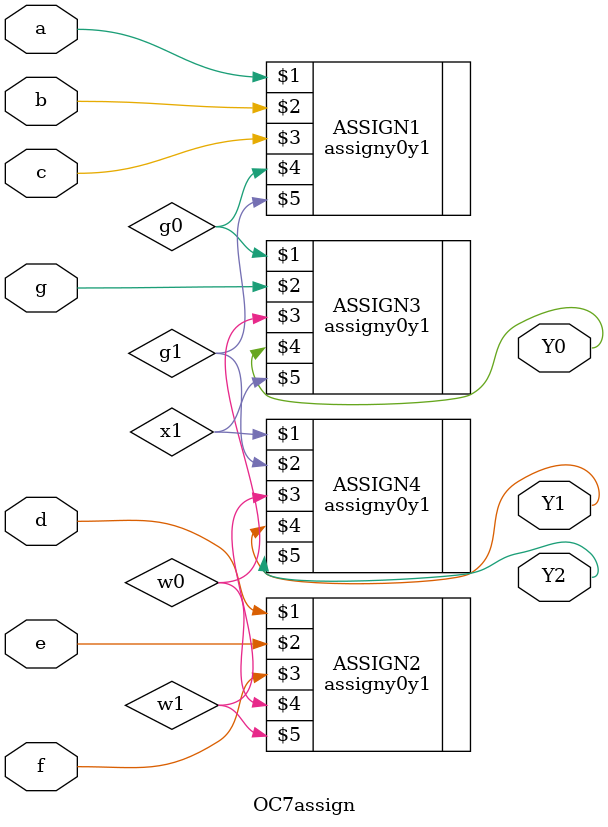
<source format=v>
module OC7assign (input a, b, c, d, e, f, g, output Y2, Y1, Y0);
wire g0, g1, w1, w0, x1;
assigny0y1 ASSIGN1 (a, b, c, g0, g1); 
assigny0y1 ASSIGN2 (d, e, f, w0, w1); 
assigny0y1 ASSIGN3 (g0, g, w0, Y0, x1); 
assigny0y1 ASSIGN4 (x1, g1, w1, Y1, Y2); 
endmodule 

</source>
